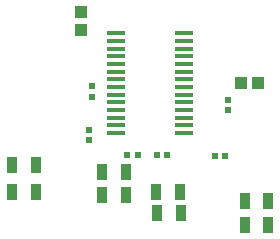
<source format=gtp>
G04*
G04 #@! TF.GenerationSoftware,Altium Limited,Altium Designer,21.6.1 (37)*
G04*
G04 Layer_Color=8421504*
%FSLAX44Y44*%
%MOMM*%
G71*
G04*
G04 #@! TF.SameCoordinates,0F7C46F9-05DF-46B9-B7E4-F31FC23B8959*
G04*
G04*
G04 #@! TF.FilePolarity,Positive*
G04*
G01*
G75*
G04:AMPARAMS|DCode=15|XSize=1.57mm|YSize=0.41mm|CornerRadius=0.0513mm|HoleSize=0mm|Usage=FLASHONLY|Rotation=0.000|XOffset=0mm|YOffset=0mm|HoleType=Round|Shape=RoundedRectangle|*
%AMROUNDEDRECTD15*
21,1,1.5700,0.3075,0,0,0.0*
21,1,1.4675,0.4100,0,0,0.0*
1,1,0.1025,0.7338,-0.1538*
1,1,0.1025,-0.7338,-0.1538*
1,1,0.1025,-0.7338,0.1538*
1,1,0.1025,0.7338,0.1538*
%
%ADD15ROUNDEDRECTD15*%
%ADD16R,0.9200X1.4200*%
%ADD17R,0.5400X0.6000*%
%ADD18R,0.6000X0.5400*%
%ADD19R,1.0000X1.0200*%
%ADD20R,1.0200X1.0000*%
D15*
X418700Y532250D02*
D03*
Y525750D02*
D03*
Y519250D02*
D03*
Y512750D02*
D03*
Y506250D02*
D03*
Y499750D02*
D03*
Y493250D02*
D03*
Y486750D02*
D03*
Y480250D02*
D03*
Y473750D02*
D03*
Y467250D02*
D03*
Y460750D02*
D03*
Y454250D02*
D03*
Y447750D02*
D03*
X361300D02*
D03*
Y454250D02*
D03*
Y460750D02*
D03*
Y467250D02*
D03*
Y473750D02*
D03*
Y480250D02*
D03*
Y486750D02*
D03*
Y493250D02*
D03*
Y499750D02*
D03*
Y506250D02*
D03*
Y512750D02*
D03*
Y519250D02*
D03*
Y525750D02*
D03*
Y532250D02*
D03*
D16*
X349000Y415000D02*
D03*
X369000D02*
D03*
X395000Y398000D02*
D03*
X415000D02*
D03*
X293000Y421000D02*
D03*
X273000D02*
D03*
X369000Y395000D02*
D03*
X349000D02*
D03*
X416000Y380000D02*
D03*
X396000D02*
D03*
X273000Y398000D02*
D03*
X293000D02*
D03*
X490000Y370000D02*
D03*
X470000D02*
D03*
Y390000D02*
D03*
X490000D02*
D03*
D17*
X370680Y429000D02*
D03*
X379320D02*
D03*
X404320D02*
D03*
X395680D02*
D03*
X444680Y428000D02*
D03*
X453320D02*
D03*
D18*
X338000Y441680D02*
D03*
Y450320D02*
D03*
X456165Y475920D02*
D03*
Y467280D02*
D03*
X341000Y478680D02*
D03*
Y487320D02*
D03*
D19*
X466410Y490000D02*
D03*
X481590D02*
D03*
D20*
X331000Y535410D02*
D03*
Y550590D02*
D03*
M02*

</source>
